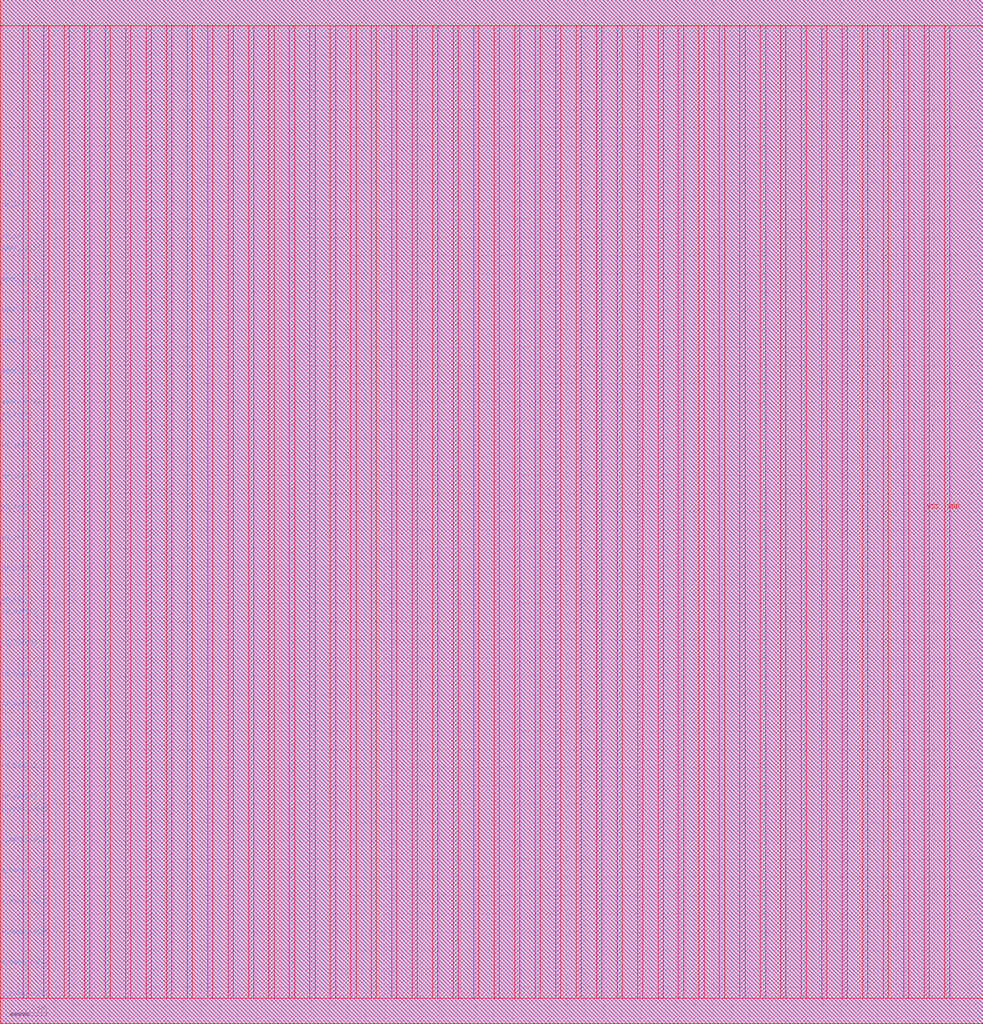
<source format=lef>
VERSION 5.7 ;
BUSBITCHARS "[]" ;
MACRO fakeram45_64x7
  FOREIGN fakeram45_64x7 0 0 ;
  SYMMETRY X Y R90 ;
  SIZE 53.770 BY 56.000 ;
  CLASS BLOCK ;
  PIN w_mask_in[0]
    DIRECTION INPUT ;
    USE SIGNAL ;
    SHAPE ABUTMENT ;
    PORT
      LAYER metal3 ;
      RECT 0.000 1.365 0.070 1.435 ;
    END
  END w_mask_in[0]
  PIN w_mask_in[1]
    DIRECTION INPUT ;
    USE SIGNAL ;
    SHAPE ABUTMENT ;
    PORT
      LAYER metal3 ;
      RECT 0.000 3.045 0.070 3.115 ;
    END
  END w_mask_in[1]
  PIN w_mask_in[2]
    DIRECTION INPUT ;
    USE SIGNAL ;
    SHAPE ABUTMENT ;
    PORT
      LAYER metal3 ;
      RECT 0.000 4.725 0.070 4.795 ;
    END
  END w_mask_in[2]
  PIN w_mask_in[3]
    DIRECTION INPUT ;
    USE SIGNAL ;
    SHAPE ABUTMENT ;
    PORT
      LAYER metal3 ;
      RECT 0.000 6.405 0.070 6.475 ;
    END
  END w_mask_in[3]
  PIN w_mask_in[4]
    DIRECTION INPUT ;
    USE SIGNAL ;
    SHAPE ABUTMENT ;
    PORT
      LAYER metal3 ;
      RECT 0.000 8.085 0.070 8.155 ;
    END
  END w_mask_in[4]
  PIN w_mask_in[5]
    DIRECTION INPUT ;
    USE SIGNAL ;
    SHAPE ABUTMENT ;
    PORT
      LAYER metal3 ;
      RECT 0.000 9.765 0.070 9.835 ;
    END
  END w_mask_in[5]
  PIN w_mask_in[6]
    DIRECTION INPUT ;
    USE SIGNAL ;
    SHAPE ABUTMENT ;
    PORT
      LAYER metal3 ;
      RECT 0.000 11.445 0.070 11.515 ;
    END
  END w_mask_in[6]
  PIN rd_out[0]
    DIRECTION OUTPUT ;
    USE SIGNAL ;
    SHAPE ABUTMENT ;
    PORT
      LAYER metal3 ;
      RECT 0.000 12.145 0.070 12.215 ;
    END
  END rd_out[0]
  PIN rd_out[1]
    DIRECTION OUTPUT ;
    USE SIGNAL ;
    SHAPE ABUTMENT ;
    PORT
      LAYER metal3 ;
      RECT 0.000 13.825 0.070 13.895 ;
    END
  END rd_out[1]
  PIN rd_out[2]
    DIRECTION OUTPUT ;
    USE SIGNAL ;
    SHAPE ABUTMENT ;
    PORT
      LAYER metal3 ;
      RECT 0.000 15.505 0.070 15.575 ;
    END
  END rd_out[2]
  PIN rd_out[3]
    DIRECTION OUTPUT ;
    USE SIGNAL ;
    SHAPE ABUTMENT ;
    PORT
      LAYER metal3 ;
      RECT 0.000 17.185 0.070 17.255 ;
    END
  END rd_out[3]
  PIN rd_out[4]
    DIRECTION OUTPUT ;
    USE SIGNAL ;
    SHAPE ABUTMENT ;
    PORT
      LAYER metal3 ;
      RECT 0.000 18.865 0.070 18.935 ;
    END
  END rd_out[4]
  PIN rd_out[5]
    DIRECTION OUTPUT ;
    USE SIGNAL ;
    SHAPE ABUTMENT ;
    PORT
      LAYER metal3 ;
      RECT 0.000 20.545 0.070 20.615 ;
    END
  END rd_out[5]
  PIN rd_out[6]
    DIRECTION OUTPUT ;
    USE SIGNAL ;
    SHAPE ABUTMENT ;
    PORT
      LAYER metal3 ;
      RECT 0.000 22.225 0.070 22.295 ;
    END
  END rd_out[6]
  PIN wd_in[0]
    DIRECTION INPUT ;
    USE SIGNAL ;
    SHAPE ABUTMENT ;
    PORT
      LAYER metal3 ;
      RECT 0.000 22.925 0.070 22.995 ;
    END
  END wd_in[0]
  PIN wd_in[1]
    DIRECTION INPUT ;
    USE SIGNAL ;
    SHAPE ABUTMENT ;
    PORT
      LAYER metal3 ;
      RECT 0.000 24.605 0.070 24.675 ;
    END
  END wd_in[1]
  PIN wd_in[2]
    DIRECTION INPUT ;
    USE SIGNAL ;
    SHAPE ABUTMENT ;
    PORT
      LAYER metal3 ;
      RECT 0.000 26.285 0.070 26.355 ;
    END
  END wd_in[2]
  PIN wd_in[3]
    DIRECTION INPUT ;
    USE SIGNAL ;
    SHAPE ABUTMENT ;
    PORT
      LAYER metal3 ;
      RECT 0.000 27.965 0.070 28.035 ;
    END
  END wd_in[3]
  PIN wd_in[4]
    DIRECTION INPUT ;
    USE SIGNAL ;
    SHAPE ABUTMENT ;
    PORT
      LAYER metal3 ;
      RECT 0.000 29.645 0.070 29.715 ;
    END
  END wd_in[4]
  PIN wd_in[5]
    DIRECTION INPUT ;
    USE SIGNAL ;
    SHAPE ABUTMENT ;
    PORT
      LAYER metal3 ;
      RECT 0.000 31.325 0.070 31.395 ;
    END
  END wd_in[5]
  PIN wd_in[6]
    DIRECTION INPUT ;
    USE SIGNAL ;
    SHAPE ABUTMENT ;
    PORT
      LAYER metal3 ;
      RECT 0.000 33.005 0.070 33.075 ;
    END
  END wd_in[6]
  PIN addr_in[0]
    DIRECTION INPUT ;
    USE SIGNAL ;
    SHAPE ABUTMENT ;
    PORT
      LAYER metal3 ;
      RECT 0.000 33.705 0.070 33.775 ;
    END
  END addr_in[0]
  PIN addr_in[1]
    DIRECTION INPUT ;
    USE SIGNAL ;
    SHAPE ABUTMENT ;
    PORT
      LAYER metal3 ;
      RECT 0.000 35.385 0.070 35.455 ;
    END
  END addr_in[1]
  PIN addr_in[2]
    DIRECTION INPUT ;
    USE SIGNAL ;
    SHAPE ABUTMENT ;
    PORT
      LAYER metal3 ;
      RECT 0.000 37.065 0.070 37.135 ;
    END
  END addr_in[2]
  PIN addr_in[3]
    DIRECTION INPUT ;
    USE SIGNAL ;
    SHAPE ABUTMENT ;
    PORT
      LAYER metal3 ;
      RECT 0.000 38.745 0.070 38.815 ;
    END
  END addr_in[3]
  PIN addr_in[4]
    DIRECTION INPUT ;
    USE SIGNAL ;
    SHAPE ABUTMENT ;
    PORT
      LAYER metal3 ;
      RECT 0.000 40.425 0.070 40.495 ;
    END
  END addr_in[4]
  PIN addr_in[5]
    DIRECTION INPUT ;
    USE SIGNAL ;
    SHAPE ABUTMENT ;
    PORT
      LAYER metal3 ;
      RECT 0.000 42.105 0.070 42.175 ;
    END
  END addr_in[5]
  PIN we_in
    DIRECTION INPUT ;
    USE SIGNAL ;
    SHAPE ABUTMENT ;
    PORT
      LAYER metal3 ;
      RECT 0.000 42.805 0.070 42.875 ;
    END
  END we_in
  PIN ce_in
    DIRECTION INPUT ;
    USE SIGNAL ;
    SHAPE ABUTMENT ;
    PORT
      LAYER metal3 ;
      RECT 0.000 44.485 0.070 44.555 ;
    END
  END ce_in
  PIN clk
    DIRECTION INPUT ;
    USE SIGNAL ;
    SHAPE ABUTMENT ;
    PORT
      LAYER metal3 ;
      RECT 0.000 46.165 0.070 46.235 ;
    END
  END clk
  PIN VSS
    DIRECTION INOUT ;
    USE GROUND ;
    PORT
      LAYER metal4 ;
      RECT 1.260 1.400 1.540 54.600 ;
      RECT 3.500 1.400 3.780 54.600 ;
      RECT 5.740 1.400 6.020 54.600 ;
      RECT 7.980 1.400 8.260 54.600 ;
      RECT 10.220 1.400 10.500 54.600 ;
      RECT 12.460 1.400 12.740 54.600 ;
      RECT 14.700 1.400 14.980 54.600 ;
      RECT 16.940 1.400 17.220 54.600 ;
      RECT 19.180 1.400 19.460 54.600 ;
      RECT 21.420 1.400 21.700 54.600 ;
      RECT 23.660 1.400 23.940 54.600 ;
      RECT 25.900 1.400 26.180 54.600 ;
      RECT 28.140 1.400 28.420 54.600 ;
      RECT 30.380 1.400 30.660 54.600 ;
      RECT 32.620 1.400 32.900 54.600 ;
      RECT 34.860 1.400 35.140 54.600 ;
      RECT 37.100 1.400 37.380 54.600 ;
      RECT 39.340 1.400 39.620 54.600 ;
      RECT 41.580 1.400 41.860 54.600 ;
      RECT 43.820 1.400 44.100 54.600 ;
      RECT 46.060 1.400 46.340 54.600 ;
      RECT 48.300 1.400 48.580 54.600 ;
      RECT 50.540 1.400 50.820 54.600 ;
    END
  END VSS
  PIN VDD
    DIRECTION INOUT ;
    USE POWER ;
    PORT
      LAYER metal4 ;
      RECT 2.380 1.400 2.660 54.600 ;
      RECT 4.620 1.400 4.900 54.600 ;
      RECT 6.860 1.400 7.140 54.600 ;
      RECT 9.100 1.400 9.380 54.600 ;
      RECT 11.340 1.400 11.620 54.600 ;
      RECT 13.580 1.400 13.860 54.600 ;
      RECT 15.820 1.400 16.100 54.600 ;
      RECT 18.060 1.400 18.340 54.600 ;
      RECT 20.300 1.400 20.580 54.600 ;
      RECT 22.540 1.400 22.820 54.600 ;
      RECT 24.780 1.400 25.060 54.600 ;
      RECT 27.020 1.400 27.300 54.600 ;
      RECT 29.260 1.400 29.540 54.600 ;
      RECT 31.500 1.400 31.780 54.600 ;
      RECT 33.740 1.400 34.020 54.600 ;
      RECT 35.980 1.400 36.260 54.600 ;
      RECT 38.220 1.400 38.500 54.600 ;
      RECT 40.460 1.400 40.740 54.600 ;
      RECT 42.700 1.400 42.980 54.600 ;
      RECT 44.940 1.400 45.220 54.600 ;
      RECT 47.180 1.400 47.460 54.600 ;
      RECT 49.420 1.400 49.700 54.600 ;
      RECT 51.660 1.400 51.940 54.600 ;
    END
  END VDD
  OBS
    LAYER metal1 ;
    RECT 0 0 53.770 56.000 ;
    LAYER metal2 ;
    RECT 0 0 53.770 56.000 ;
    LAYER metal3 ;
    RECT 0.070 0 53.770 56.000 ;
    RECT 0 0.000 0.070 1.365 ;
    RECT 0 1.435 0.070 3.045 ;
    RECT 0 3.115 0.070 4.725 ;
    RECT 0 4.795 0.070 6.405 ;
    RECT 0 6.475 0.070 8.085 ;
    RECT 0 8.155 0.070 9.765 ;
    RECT 0 9.835 0.070 11.445 ;
    RECT 0 11.515 0.070 12.145 ;
    RECT 0 12.215 0.070 13.825 ;
    RECT 0 13.895 0.070 15.505 ;
    RECT 0 15.575 0.070 17.185 ;
    RECT 0 17.255 0.070 18.865 ;
    RECT 0 18.935 0.070 20.545 ;
    RECT 0 20.615 0.070 22.225 ;
    RECT 0 22.295 0.070 22.925 ;
    RECT 0 22.995 0.070 24.605 ;
    RECT 0 24.675 0.070 26.285 ;
    RECT 0 26.355 0.070 27.965 ;
    RECT 0 28.035 0.070 29.645 ;
    RECT 0 29.715 0.070 31.325 ;
    RECT 0 31.395 0.070 33.005 ;
    RECT 0 33.075 0.070 33.705 ;
    RECT 0 33.775 0.070 35.385 ;
    RECT 0 35.455 0.070 37.065 ;
    RECT 0 37.135 0.070 38.745 ;
    RECT 0 38.815 0.070 40.425 ;
    RECT 0 40.495 0.070 42.105 ;
    RECT 0 42.175 0.070 42.805 ;
    RECT 0 42.875 0.070 44.485 ;
    RECT 0 44.555 0.070 46.165 ;
    RECT 0 46.235 0.070 56.000 ;
    LAYER metal4 ;
    RECT 0 0 53.770 1.400 ;
    RECT 0 54.600 53.770 56.000 ;
    RECT 0.000 1.400 1.260 54.600 ;
    RECT 1.540 1.400 2.380 54.600 ;
    RECT 2.660 1.400 3.500 54.600 ;
    RECT 3.780 1.400 4.620 54.600 ;
    RECT 4.900 1.400 5.740 54.600 ;
    RECT 6.020 1.400 6.860 54.600 ;
    RECT 7.140 1.400 7.980 54.600 ;
    RECT 8.260 1.400 9.100 54.600 ;
    RECT 9.380 1.400 10.220 54.600 ;
    RECT 10.500 1.400 11.340 54.600 ;
    RECT 11.620 1.400 12.460 54.600 ;
    RECT 12.740 1.400 13.580 54.600 ;
    RECT 13.860 1.400 14.700 54.600 ;
    RECT 14.980 1.400 15.820 54.600 ;
    RECT 16.100 1.400 16.940 54.600 ;
    RECT 17.220 1.400 18.060 54.600 ;
    RECT 18.340 1.400 19.180 54.600 ;
    RECT 19.460 1.400 20.300 54.600 ;
    RECT 20.580 1.400 21.420 54.600 ;
    RECT 21.700 1.400 22.540 54.600 ;
    RECT 22.820 1.400 23.660 54.600 ;
    RECT 23.940 1.400 24.780 54.600 ;
    RECT 25.060 1.400 25.900 54.600 ;
    RECT 26.180 1.400 27.020 54.600 ;
    RECT 27.300 1.400 28.140 54.600 ;
    RECT 28.420 1.400 29.260 54.600 ;
    RECT 29.540 1.400 30.380 54.600 ;
    RECT 30.660 1.400 31.500 54.600 ;
    RECT 31.780 1.400 32.620 54.600 ;
    RECT 32.900 1.400 33.740 54.600 ;
    RECT 34.020 1.400 34.860 54.600 ;
    RECT 35.140 1.400 35.980 54.600 ;
    RECT 36.260 1.400 37.100 54.600 ;
    RECT 37.380 1.400 38.220 54.600 ;
    RECT 38.500 1.400 39.340 54.600 ;
    RECT 39.620 1.400 40.460 54.600 ;
    RECT 40.740 1.400 41.580 54.600 ;
    RECT 41.860 1.400 42.700 54.600 ;
    RECT 42.980 1.400 43.820 54.600 ;
    RECT 44.100 1.400 44.940 54.600 ;
    RECT 45.220 1.400 46.060 54.600 ;
    RECT 46.340 1.400 47.180 54.600 ;
    RECT 47.460 1.400 48.300 54.600 ;
    RECT 48.580 1.400 49.420 54.600 ;
    RECT 49.700 1.400 50.540 54.600 ;
    RECT 50.820 1.400 51.660 54.600 ;
    RECT 51.940 1.400 53.770 54.600 ;
    LAYER OVERLAP ;
    RECT 0 0 53.770 56.000 ;
  END
END fakeram45_64x7

END LIBRARY

</source>
